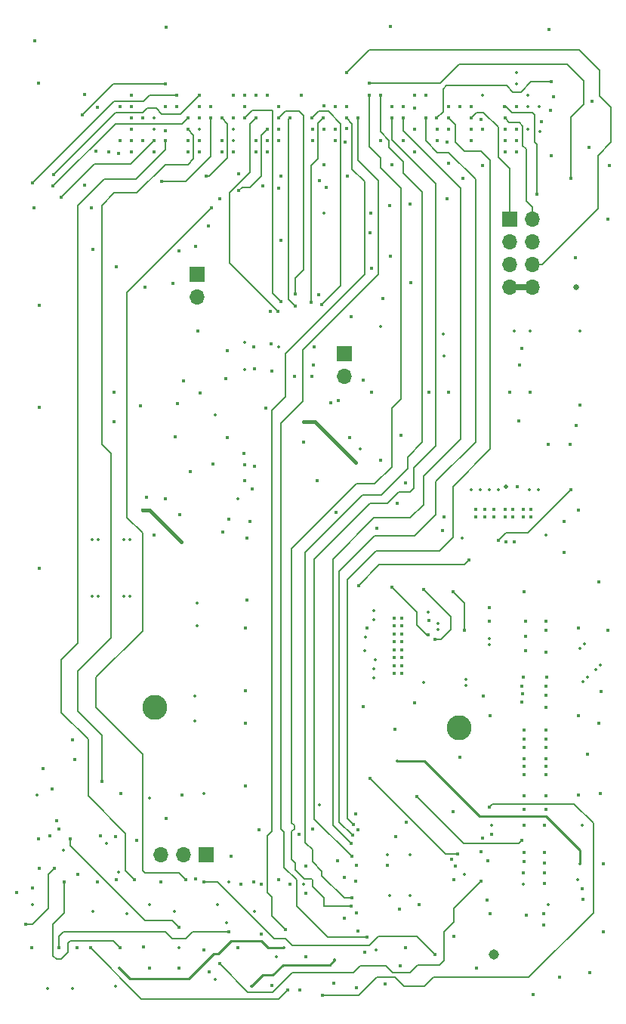
<source format=gbr>
%TF.GenerationSoftware,KiCad,Pcbnew,(6.0.9)*%
%TF.CreationDate,2022-12-19T19:37:01+02:00*%
%TF.ProjectId,FMC_MIPI_v2,464d435f-4d49-4504-995f-76322e6b6963,rev?*%
%TF.SameCoordinates,Original*%
%TF.FileFunction,Copper,L3,Inr*%
%TF.FilePolarity,Positive*%
%FSLAX46Y46*%
G04 Gerber Fmt 4.6, Leading zero omitted, Abs format (unit mm)*
G04 Created by KiCad (PCBNEW (6.0.9)) date 2022-12-19 19:37:01*
%MOMM*%
%LPD*%
G01*
G04 APERTURE LIST*
%TA.AperFunction,ComponentPad*%
%ADD10R,1.700000X1.700000*%
%TD*%
%TA.AperFunction,ComponentPad*%
%ADD11O,1.700000X1.700000*%
%TD*%
%TA.AperFunction,ComponentPad*%
%ADD12C,2.800000*%
%TD*%
%TA.AperFunction,ViaPad*%
%ADD13C,0.355600*%
%TD*%
%TA.AperFunction,ViaPad*%
%ADD14C,0.406400*%
%TD*%
%TA.AperFunction,ViaPad*%
%ADD15C,1.143000*%
%TD*%
%TA.AperFunction,ViaPad*%
%ADD16C,0.508000*%
%TD*%
%TA.AperFunction,ViaPad*%
%ADD17C,0.635000*%
%TD*%
%TA.AperFunction,Conductor*%
%ADD18C,0.152400*%
%TD*%
%TA.AperFunction,Conductor*%
%ADD19C,0.254000*%
%TD*%
%TA.AperFunction,Conductor*%
%ADD20C,0.381000*%
%TD*%
%TA.AperFunction,Conductor*%
%ADD21C,0.635000*%
%TD*%
G04 APERTURE END LIST*
D10*
%TO.N,/VOLT_1P8*%
%TO.C,JP1*%
X113030000Y-123698000D03*
D11*
%TO.N,/Jetson_connector/VCC_1V8_EEPROM*%
X110490000Y-123698000D03*
%TO.N,JT_VDD_1V8*%
X107950000Y-123698000D03*
%TD*%
D10*
%TO.N,/VOLT_2P5*%
%TO.C,JP2*%
X112014000Y-58674000D03*
D11*
%TO.N,/LVDS_to_Jetson_lines/VOLT_2P5_CSI_C*%
X112014000Y-61214000D03*
%TD*%
D10*
%TO.N,/VOLT_2P5*%
%TO.C,JP3*%
X128524000Y-67564000D03*
D11*
%TO.N,/LVDS_to_Jetson_lines/VOLT_2P5_CSI_D*%
X128524000Y-70104000D03*
%TD*%
D12*
%TO.N,Earth*%
%TO.C,TP1*%
X141427200Y-109423200D03*
%TD*%
D10*
%TO.N,/FMC_Connector/DBG_IO_1*%
%TO.C,J3*%
X147066000Y-52451000D03*
D11*
%TO.N,/FMC_Connector/DBG_IO_2*%
X149606000Y-52451000D03*
%TO.N,/FMC_Connector/DBG_IO_3*%
X147066000Y-54991000D03*
%TO.N,/FMC_Connector/DBG_IO_4*%
X149606000Y-54991000D03*
%TO.N,/FMC_Connector/DBG_IO_5*%
X147066000Y-57531000D03*
%TO.N,/FMC_Connector/DBG_IO_6*%
X149606000Y-57531000D03*
%TO.N,Earth*%
X147066000Y-60071000D03*
X149606000Y-60071000D03*
%TD*%
D12*
%TO.N,Earth*%
%TO.C,TP2*%
X107315000Y-107137200D03*
%TD*%
D13*
%TO.N,CSI_C_D0_P*%
X144830800Y-99427030D03*
%TO.N,CSI_C_D0_N*%
X144830800Y-100112830D03*
%TO.N,CSI_C_D1_P*%
X142189200Y-104051100D03*
%TO.N,CSI_C_D1_N*%
X142189200Y-104736900D03*
%TO.N,CSI_D_D0_P*%
X155487267Y-100062133D03*
%TO.N,CSI_D_D0_N*%
X155002333Y-100547067D03*
%TO.N,CSI_C_CLK_P*%
X139065000Y-97737930D03*
%TO.N,CSI_D_CLK_P*%
X157265267Y-102424333D03*
%TO.N,CSI_C_CLK_N*%
X139065000Y-98423730D03*
%TO.N,CSI_D_CLK_N*%
X156780333Y-102909267D03*
%TO.N,CSI_D_D1_P*%
X155792067Y-103770533D03*
%TO.N,CSI_D_D1_N*%
X155307133Y-104255467D03*
%TO.N,/LVDS_to_Jetson_lines/CSI_LP_C_CLK_P*%
X131826000Y-96316800D03*
%TO.N,/LVDS_to_Jetson_lines/CSI_LP_C_CLK_N*%
X131826000Y-97332800D03*
%TO.N,/LVDS_to_Jetson_lines/CSI_LP_C_D0_P*%
X130835400Y-100838000D03*
%TO.N,/LVDS_to_Jetson_lines/CSI_LP_C_D0_N*%
X132003800Y-101828600D03*
%TO.N,/LVDS_to_Jetson_lines/CSI_LP_C_D1_P*%
X131826000Y-102819200D03*
%TO.N,/LVDS_to_Jetson_lines/CSI_LP_C_D1_N*%
X131826000Y-103835200D03*
%TO.N,/LVDS_to_Jetson_lines/CSI_LP_D_CLK_P*%
X150291800Y-82804000D03*
D14*
%TO.N,/LVDS_to_Jetson_lines/CSI_LP_D_CLK_N*%
X127863600Y-72745600D03*
D13*
X149301200Y-82804000D03*
D14*
X124917200Y-70104000D03*
D13*
%TO.N,/LVDS_to_Jetson_lines/CSI_LP_D_D0_P*%
X145796000Y-82804000D03*
%TO.N,/LVDS_to_Jetson_lines/CSI_LP_D_D0_N*%
X144780000Y-82804000D03*
%TO.N,/LVDS_to_Jetson_lines/CSI_LP_D_D1_P*%
X143789400Y-82804000D03*
%TO.N,/LVDS_to_Jetson_lines/CSI_LP_D_D1_N*%
X142798800Y-82804000D03*
D14*
%TO.N,/Jetson_connector/EEPROM_SCL*%
X118364000Y-126746000D03*
%TO.N,/Jetson_connector/EEPROM_SDA*%
X121158010Y-126492000D03*
%TO.N,/Jetson_connector/EEPROM_A2*%
X124206000Y-124968000D03*
%TO.N,/Jetson_connector/EEPROM_A1*%
X124968000Y-120777000D03*
%TO.N,/Jetson_connector/EEPROM_A0*%
X123444000Y-121412000D03*
D13*
%TO.N,/Jetson_connector/JT_VDD_3V3*%
X95250000Y-138684000D03*
X154686000Y-126492000D03*
D15*
%TO.N,/Jetson_connector/JT_VDD_5V*%
X145288000Y-134874000D03*
D13*
X148590000Y-127000000D03*
X151384000Y-129286000D03*
D14*
%TO.N,Net-(R8-Pad2)*%
X116586000Y-134112000D03*
%TO.N,JT_1p8V_GPIO9_IN*%
X155194000Y-127508000D03*
%TO.N,JT_1p8V_GPIO17_IN*%
X144907000Y-130302000D03*
%TO.N,JT_1p8V_I2C_CAM_CLK*%
X126060200Y-139420600D03*
X144780000Y-118364000D03*
%TO.N,JT_1p8V_I2C_CAM_DAT*%
X128524000Y-126238000D03*
%TO.N,JT_1p8V_CAM0_MCLK*%
X144018000Y-121793000D03*
%TO.N,JT_1p8V_CAM0_PWR*%
X143891000Y-123317000D03*
%TO.N,JT_1p8V_CAM0_RST*%
X144653000Y-124333000D03*
%TO.N,Net-(IC3-Pad8)*%
X133096000Y-138176000D03*
%TO.N,Net-(IC3-Pad5)*%
X130810000Y-134620000D03*
%TO.N,Net-(IC3-Pad4)*%
X128524000Y-130810000D03*
%TO.N,Net-(IC3-Pad1)*%
X123571000Y-138811000D03*
%TO.N,/Slow_signals_level_shifters/1DIR_U3*%
X127762000Y-124333000D03*
X129794000Y-119126000D03*
%TO.N,Net-(R16-Pad2)*%
X131445000Y-53975000D03*
D13*
%TO.N,/Jetson_connector/VCC_1V8_EEPROM*%
X115570000Y-126746000D03*
D14*
%TO.N,Net-(R17-Pad2)*%
X132588000Y-79502000D03*
D13*
%TO.N,/VDD_VADJ*%
X97028000Y-123190000D03*
D14*
X108458000Y-83820000D03*
D13*
X100330000Y-130048000D03*
X133604000Y-128270000D03*
X149098000Y-39878000D03*
X106680000Y-129286000D03*
X133350000Y-123698000D03*
X121158000Y-66802000D03*
X117348000Y-66294000D03*
X149098000Y-42418000D03*
D14*
X135382000Y-134112000D03*
D13*
X106680000Y-117348000D03*
X109982000Y-134112000D03*
X109474000Y-130048000D03*
X114046000Y-74422000D03*
X150495000Y-42672000D03*
X150368000Y-39878000D03*
%TO.N,/VOLT_3P3*%
X126238000Y-51816000D03*
X130302000Y-78232000D03*
X147828000Y-37338000D03*
X114046000Y-137668000D03*
X151130008Y-87884000D03*
X102870000Y-138430000D03*
X144018000Y-38608000D03*
X93599000Y-129286000D03*
X130962400Y-99263200D03*
X137480032Y-104327960D03*
D16*
X146685000Y-82423000D03*
D13*
X116586000Y-83820000D03*
X137922000Y-96520000D03*
X120904000Y-135128000D03*
X149098000Y-38608000D03*
X141732000Y-88163400D03*
X147828000Y-36068000D03*
%TO.N,/VOLT_1P8*%
X132080000Y-134366000D03*
X118465600Y-130022600D03*
X127482600Y-135432800D03*
X94081600Y-116992400D03*
X118135400Y-138379200D03*
X114300000Y-129286000D03*
X135890000Y-128270000D03*
X135890000Y-123698000D03*
X123952000Y-127000008D03*
X103200200Y-125603000D03*
X101879400Y-122402600D03*
%TO.N,/VOLT_1P2*%
X104140000Y-130302000D03*
X117348000Y-69342000D03*
D14*
X109982000Y-136398000D03*
D13*
X123952000Y-75184000D03*
D14*
X129794000Y-79756000D03*
%TO.N,/VOLT_2P5*%
X121412000Y-54864000D03*
X111887000Y-55499000D03*
%TO.N,/FMC_Connector/TDI*%
X136398000Y-38608000D03*
%TO.N,/FMC_Connector/TDO*%
X137668000Y-38608000D03*
%TO.N,/LVDS_to_Jetson_lines/DIR_IC1*%
X111252000Y-80772000D03*
%TO.N,/LVDS_to_Jetson_lines/EN_U5*%
X141986000Y-98552000D03*
X140716000Y-94234000D03*
%TO.N,/LVDS_to_Jetson_lines/EN_U6*%
X153924000Y-82804000D03*
X145821400Y-88442800D03*
%TO.N,Net-(IC4-Pad8)*%
X108585000Y-119634000D03*
%TO.N,Net-(IC4-Pad5)*%
X110363000Y-116967000D03*
%TO.N,Net-(IC4-Pad4)*%
X95757966Y-116332000D03*
%TO.N,Net-(IC4-Pad1)*%
X96520000Y-120777000D03*
%TO.N,JT_1p8V_I2C2_CAM_CLK*%
X145034000Y-121412000D03*
%TO.N,JT_1p8V_I2C2_CAM_DAT*%
X136652000Y-117170200D03*
X148463000Y-122047000D03*
X95504000Y-121539000D03*
%TO.N,JT_1p8V_I2C3_CAM_CLK*%
X96520000Y-134112000D03*
X114554000Y-135890000D03*
X143891000Y-126619000D03*
X115570000Y-132334000D03*
%TO.N,JT_1p8V_I2C3_CAM_DAT*%
X122174000Y-138811000D03*
X100076000Y-134112000D03*
%TO.N,Net-(IC5-Pad8)*%
X94234000Y-121920000D03*
%TO.N,Net-(IC5-Pad5)*%
X92837000Y-131445000D03*
X96012000Y-125222000D03*
%TO.N,Net-(IC5-Pad4)*%
X98653600Y-125882400D03*
%TO.N,Net-(IC5-Pad1)*%
X109982000Y-131826000D03*
X97790000Y-121920000D03*
%TO.N,/LVDS_to_Jetson_lines/SWITCH_DATA_LANES_CSI_CD*%
X118491000Y-80187800D03*
%TO.N,/LVDS_to_Jetson_lines/SWITCH_CLOCK_LANES_CSI_CD*%
X117348000Y-80010000D03*
%TO.N,/LVDS_to_Jetson_lines/EN_MIPI_OUT_CSI_C*%
X142494000Y-90678000D03*
X113792000Y-79883000D03*
X130124200Y-93522800D03*
%TO.N,/LVDS_to_Jetson_lines/EN_MIPI_OUT_CSI_D*%
X130683000Y-70485000D03*
X117322600Y-78714600D03*
X153898600Y-77698600D03*
%TO.N,/LVDS_to_Jetson_lines/SWITCH1_U6*%
X146710400Y-88646000D03*
X139700000Y-85852000D03*
%TO.N,/LVDS_to_Jetson_lines/SWITCH2_U5*%
X137922004Y-99060000D03*
X133858000Y-93726000D03*
%TO.N,/LVDS_to_Jetson_lines/SWITCH2_U6*%
X132207000Y-87096600D03*
X147574000Y-88646000D03*
%TO.N,/LVDS_to_Jetson_lines/SWITCH1_U5*%
X138684000Y-99568000D03*
X137414000Y-93980000D03*
D13*
%TO.N,JT_VDD_1V8*%
X115316000Y-131318000D03*
X154940000Y-124714000D03*
X125730000Y-118110000D03*
X134493000Y-113156998D03*
D14*
%TO.N,Net-(IC6-Pad5)*%
X106680000Y-136398000D03*
%TO.N,Net-(IC6-Pad3)*%
X102997000Y-126492000D03*
D13*
%TO.N,/Jetson_connector/JT_VDD_2V8*%
X155194000Y-120396000D03*
X98044000Y-138684000D03*
X145034000Y-120396000D03*
%TO.N,/Jetson_connector/JT_VDD_1V2*%
X142011400Y-125831600D03*
X121767600Y-134112000D03*
X103301800Y-136347200D03*
D14*
%TO.N,Net-(R31-Pad1)*%
X131419600Y-115112800D03*
X141224000Y-123596400D03*
%TO.N,Net-(R32-Pad2)*%
X98552000Y-134112000D03*
%TO.N,Net-(R33-Pad2)*%
X97155000Y-126746000D03*
X103378000Y-134112000D03*
%TO.N,Net-(R34-Pad2)*%
X93472000Y-134112000D03*
%TO.N,Net-(IC7-Pad5)*%
X113411000Y-136779000D03*
%TO.N,/Slow_signals_level_shifters/ENN_JETSON_GPIO*%
X138684000Y-134874000D03*
X112776000Y-126746000D03*
%TO.N,FMC_HS_CSI_C_D1_N*%
X112268000Y-43688000D03*
D13*
X100241100Y-88392000D03*
X100241100Y-94742000D03*
%TO.N,FMC_HS_CSI_C_D1_P*%
X100926900Y-88392000D03*
X112268000Y-42418000D03*
X100926900Y-94742000D03*
%TO.N,FMC_HS_CSI_C_D0_N*%
X103797100Y-94742000D03*
X116078000Y-43688000D03*
X103797100Y-88392000D03*
%TO.N,FMC_HS_CSI_C_D0_P*%
X104482900Y-88392000D03*
X116078000Y-42418000D03*
X104482900Y-94742000D03*
D14*
%TO.N,FMC_HS_CSI_D_D1_N*%
X138938000Y-42418000D03*
%TO.N,FMC_HS_CSI_D_D1_P*%
X138938000Y-43688000D03*
%TO.N,FMC_HS_CSI_D_D0_N*%
X142748000Y-42418000D03*
%TO.N,FMC_HS_CSI_D_D0_P*%
X142748000Y-43688000D03*
%TO.N,FMC_HS_CSI_D_CLK_N*%
X146558000Y-42418000D03*
%TO.N,FMC_HS_CSI_D_CLK_P*%
X146558000Y-43688000D03*
D13*
%TO.N,FMC_HS_CSI_C_CLK_N*%
X107188000Y-42418000D03*
%TO.N,FMC_HS_CSI_C_CLK_P*%
X107188000Y-41148000D03*
D14*
%TO.N,FMC_CSI_LP_C_D1_N*%
X119888000Y-42418000D03*
X116713000Y-49276000D03*
%TO.N,FMC_CSI_LP_C_D1_P*%
X119380000Y-48768000D03*
X119888000Y-43688000D03*
%TO.N,FMC_CSI_LP_C_D0_N*%
X124968000Y-42418000D03*
X121412000Y-47625000D03*
%TO.N,FMC_CSI_LP_C_D0_P*%
X121158000Y-49022000D03*
X124968000Y-43688000D03*
%TO.N,FMC_CSI_LP_C_CLK_N*%
X127508000Y-42418000D03*
X125730000Y-48133000D03*
%TO.N,FMC_CSI_LP_C_CLK_P*%
X126492000Y-48895000D03*
X127508000Y-43688000D03*
%TO.N,FMC_CSI_LP_D_D1_N*%
X118618000Y-41148000D03*
X121132600Y-62814200D03*
%TO.N,FMC_CSI_LP_D_D1_P*%
X117348000Y-41148000D03*
X121437400Y-61671200D03*
%TO.N,FMC_CSI_LP_D_D0_N*%
X122428000Y-41148000D03*
X123088400Y-62230000D03*
%TO.N,FMC_CSI_LP_D_D0_P*%
X123088400Y-60858400D03*
X121158000Y-41148000D03*
%TO.N,FMC_CSI_LP_D_CLK_N*%
X124866400Y-61772800D03*
X126212600Y-41122600D03*
%TO.N,FMC_CSI_LP_D_CLK_P*%
X124942600Y-41148000D03*
X125984000Y-62026800D03*
%TO.N,FMC_I2C_CAM_CLK*%
X130048000Y-41148000D03*
X131130000Y-132908000D03*
%TO.N,FMC_I2C_CAM_DAT*%
X128778000Y-41148000D03*
X121920000Y-132080000D03*
%TO.N,FMC_I2C2_CAM_CLK*%
X95885000Y-48768000D03*
X110998000Y-41148000D03*
X98298000Y-113030000D03*
%TO.N,FMC_I2C2_CAM_DAT*%
X112268000Y-38608000D03*
X94742000Y-114046000D03*
X95948500Y-47434500D03*
%TO.N,FMC_I2C3_CAM_CLK*%
X96774000Y-50038000D03*
X98107500Y-110807500D03*
X107188000Y-43688000D03*
%TO.N,FMC_I2C3_CAM_DAT*%
X101346000Y-115443000D03*
X110998000Y-42418000D03*
%TO.N,FMC_CAM0_RST*%
X129286000Y-122428000D03*
X135128000Y-41148000D03*
%TO.N,FMC_CAM0_PWR*%
X137668000Y-41148000D03*
X129463799Y-121488201D03*
%TO.N,FMC_CAM0_MCLK*%
X140208000Y-41148000D03*
X129540000Y-120269000D03*
%TO.N,FMC_EN_MIPI_OUT_CLOCK_VADJ*%
X114554000Y-50165000D03*
X118618000Y-38608000D03*
%TO.N,FMC_EN_MIPI_OUT_DATA_VADJ*%
X116713001Y-47370999D03*
X117348000Y-38608000D03*
%TO.N,FMC_SWITCH_CLOCK_LANES_VADJ*%
X113030000Y-47625000D03*
X114808000Y-41148000D03*
%TO.N,FMC_SWITCH_DATA_LANES_VADJ*%
X108077000Y-48260000D03*
X113538000Y-41148000D03*
%TO.N,FMC_1P2V_MONITOR*%
X108458000Y-43688000D03*
X105029000Y-126492000D03*
%TO.N,FMC_ENN_JT_GPIO_INPUT*%
X113665000Y-51181000D03*
X119888000Y-38608000D03*
X110744000Y-126492000D03*
%TO.N,FMC_2P8V_MONITOR*%
X108458000Y-37338000D03*
X99201477Y-40781477D03*
%TO.N,FMC_3P3V_MONITOR*%
X109728000Y-38608000D03*
X93599000Y-48387000D03*
%TO.N,FMC_GPIO17_OUT*%
X129286000Y-129413000D03*
X131318000Y-38608000D03*
%TO.N,FMC_GPIO9_OUT*%
X129413000Y-128524000D03*
X132588000Y-38607998D03*
%TO.N,FMC_1P8V_MONITOR*%
X129362200Y-123850400D03*
X133858000Y-41148000D03*
D13*
%TO.N,/LVDS_to_Jetson_lines/VOLT_2P5_CSI_C*%
X112014000Y-98044000D03*
X112014000Y-95504000D03*
D14*
X105918000Y-85090000D03*
D13*
X111760000Y-105918000D03*
X112776000Y-116840000D03*
D14*
X110236000Y-88646000D03*
D13*
X111760000Y-108712000D03*
%TO.N,/LVDS_to_Jetson_lines/VOLT_2P5_CSI_D*%
X147574000Y-65024000D03*
X139649200Y-65354200D03*
X154940000Y-65024000D03*
X149352000Y-65024000D03*
X132588000Y-64516000D03*
X139700000Y-67818000D03*
D14*
%TO.N,/FMC_Connector/DBG_IO_5*%
X131343400Y-37261800D03*
X153924000Y-47879000D03*
%TO.N,/FMC_Connector/DBG_IO_6*%
X128778000Y-36068000D03*
%TO.N,/FMC_Connector/DBG_IO_1*%
X142748000Y-41148000D03*
%TO.N,/FMC_Connector/DBG_IO_2*%
X146558000Y-41148000D03*
%TO.N,/FMC_Connector/DBG_IO_3*%
X146532600Y-39852600D03*
X150114000Y-49657000D03*
%TO.N,/FMC_Connector/DBG_IO_4*%
X151765000Y-37058600D03*
X138912600Y-41148000D03*
%TO.N,Earth*%
X151384000Y-77724000D03*
X142748000Y-39878000D03*
X120243600Y-62814200D03*
X156337000Y-39243000D03*
X135382000Y-82042000D03*
X144907000Y-108077000D03*
X135001000Y-97155000D03*
X125145800Y-66802000D03*
X113284000Y-53213000D03*
X111887000Y-126365000D03*
X148844000Y-97536000D03*
X118440200Y-69240400D03*
X144018000Y-42418000D03*
X155321000Y-128651000D03*
X141478000Y-112776000D03*
X144018000Y-46482000D03*
X148971000Y-130429000D03*
X115824000Y-123825000D03*
X144272000Y-84963000D03*
X151003000Y-125730000D03*
X94234000Y-37211000D03*
X108585000Y-30988000D03*
X135001000Y-100711000D03*
X106045000Y-133985000D03*
X148463000Y-106553000D03*
X117475000Y-115951000D03*
X110490000Y-70561200D03*
X157099000Y-108966000D03*
X101219000Y-121539000D03*
X115570000Y-86080600D03*
X96266000Y-119888000D03*
X116078000Y-41148000D03*
X151130000Y-118618000D03*
X151638000Y-40259000D03*
X109855000Y-73152000D03*
X154432000Y-56769000D03*
X149352000Y-71882000D03*
X135001000Y-102489000D03*
X103378000Y-43688000D03*
X151130000Y-100965000D03*
X115392200Y-67208400D03*
X121158000Y-39878000D03*
X118999000Y-120904000D03*
X149733000Y-139319000D03*
X120396000Y-138303000D03*
X129921000Y-124841000D03*
X94361000Y-91567000D03*
X135001000Y-101600000D03*
X136398000Y-44958000D03*
X144272000Y-85852000D03*
X151130000Y-110744000D03*
X148463000Y-66929000D03*
X116078000Y-38608000D03*
X155956000Y-44450000D03*
X123698000Y-38608000D03*
X112268000Y-39878000D03*
X140589000Y-124206000D03*
X112395000Y-71958200D03*
X148717000Y-112903000D03*
X147828000Y-42418000D03*
X129159000Y-76962000D03*
X135001000Y-99822000D03*
X144780000Y-97536000D03*
X116967000Y-127000000D03*
X102743000Y-75184000D03*
X117602000Y-88163400D03*
X133858000Y-46355000D03*
X109601000Y-76885800D03*
X148717000Y-118618000D03*
X147828000Y-39878000D03*
X140081000Y-43815000D03*
X148717000Y-110744000D03*
X138049000Y-97409000D03*
X103378000Y-39878000D03*
X151130000Y-105791000D03*
X112268000Y-41148000D03*
X118618000Y-43688000D03*
X104648000Y-39878000D03*
X91821000Y-127889000D03*
X107950000Y-126746000D03*
X122428000Y-127000000D03*
X148717000Y-94234000D03*
X117475000Y-105283000D03*
X133858000Y-39878000D03*
X151130000Y-97536000D03*
X151130000Y-107188000D03*
X140208000Y-46228000D03*
X133604000Y-50927000D03*
X134832000Y-136102000D03*
X151003000Y-126873000D03*
X144145000Y-105918000D03*
X151130000Y-113792000D03*
X148717000Y-111633000D03*
X148844000Y-99187000D03*
X153162000Y-89789000D03*
X131597400Y-57988200D03*
X140208000Y-39878000D03*
X109347000Y-59690000D03*
X106375200Y-83616800D03*
X140716000Y-118872000D03*
X148590000Y-103759000D03*
X140843000Y-132842000D03*
X157226000Y-116840000D03*
X147828000Y-43688000D03*
X132842000Y-61341000D03*
X108458000Y-39878000D03*
X100838000Y-126746000D03*
X140208000Y-42418000D03*
X156083000Y-136906000D03*
X128778000Y-42291000D03*
X135509000Y-120015000D03*
X114808000Y-44958000D03*
X129794000Y-126619000D03*
X130048000Y-132207000D03*
X153162000Y-86360000D03*
X148717000Y-109728000D03*
X147447000Y-84963000D03*
X117348000Y-81788000D03*
X150876000Y-130302000D03*
X117475000Y-98298000D03*
X119761000Y-73660000D03*
X151511000Y-31242000D03*
X122986800Y-70053200D03*
X109982000Y-56007000D03*
X136906000Y-129286000D03*
X107188000Y-44958000D03*
X120319800Y-66395600D03*
X135001000Y-98044000D03*
X113538000Y-39878000D03*
X117475000Y-108966000D03*
X119888000Y-44958000D03*
X94361000Y-62103000D03*
X93853000Y-32512000D03*
X106172000Y-60071000D03*
X152654000Y-137414000D03*
X148209000Y-68834000D03*
X134112000Y-101600000D03*
X128651000Y-43815000D03*
X102997000Y-57785000D03*
X119253000Y-127000000D03*
X148717000Y-123444000D03*
X143383000Y-136398000D03*
X109728000Y-39878000D03*
X114808000Y-43688000D03*
X119253000Y-132588000D03*
X151130000Y-111633000D03*
X105918000Y-41148000D03*
X147955000Y-82423000D03*
X104648000Y-43688000D03*
X143891000Y-41275000D03*
X148717000Y-120396000D03*
X126238000Y-39751000D03*
X136398000Y-40005000D03*
X131064000Y-98298000D03*
X125095000Y-68808600D03*
X102108000Y-44958000D03*
X110109000Y-85598000D03*
X140843000Y-126492000D03*
X140970000Y-124968000D03*
X102870000Y-121666000D03*
X158242000Y-46482000D03*
X134874000Y-76708000D03*
X120421400Y-69494400D03*
X129921000Y-130175000D03*
X115290600Y-70332600D03*
X140081000Y-50165000D03*
X148539200Y-105638600D03*
X135128000Y-43688000D03*
D17*
X154559000Y-60071000D03*
D14*
X118389400Y-66751200D03*
X154813000Y-108077000D03*
X148590000Y-125730000D03*
X94361000Y-73533000D03*
X139573000Y-87376000D03*
X100203000Y-51181000D03*
X151130000Y-109728000D03*
X143256000Y-85852000D03*
X154813000Y-116967000D03*
X157607000Y-124714000D03*
X145288000Y-85852000D03*
X146558000Y-85852000D03*
X147447000Y-85852000D03*
X133350000Y-124841000D03*
X129286000Y-63373000D03*
X149479000Y-85852000D03*
X155829000Y-112395000D03*
X118618000Y-44958000D03*
X104648000Y-41148000D03*
X126238000Y-46355000D03*
X134112000Y-103378000D03*
X141478000Y-39878000D03*
X105664000Y-73406000D03*
X151130000Y-104775000D03*
X125679200Y-60960000D03*
X151130000Y-112903000D03*
X147066000Y-71882000D03*
X94361000Y-125222000D03*
X148717000Y-114681000D03*
X105283000Y-122047000D03*
X135001000Y-98933000D03*
X112268000Y-44958000D03*
X158115000Y-98552000D03*
X133731000Y-30861000D03*
X148590000Y-85852000D03*
X110998000Y-43688000D03*
X132588000Y-43688000D03*
X146558000Y-84963000D03*
X128778000Y-39878000D03*
X104648000Y-42418000D03*
X148717000Y-124460000D03*
X154813000Y-98298000D03*
X126238000Y-42418000D03*
X107188000Y-87884000D03*
X144526000Y-128778000D03*
X127635000Y-85344000D03*
X100330000Y-55880000D03*
X112776000Y-134366000D03*
X148590000Y-84963000D03*
X148717000Y-117094000D03*
X134493000Y-84328000D03*
X141859000Y-47879000D03*
X121158000Y-43688000D03*
X136398000Y-42418000D03*
X151130000Y-98552000D03*
X134112000Y-97155000D03*
X108458000Y-42545000D03*
X129921000Y-138557000D03*
X135001000Y-103378000D03*
X134747000Y-129794000D03*
X134324000Y-121624000D03*
X158115000Y-52451000D03*
X136017000Y-59563000D03*
X151130000Y-114681000D03*
X104648000Y-44958000D03*
X114935000Y-87503000D03*
X151003000Y-124587000D03*
X123952000Y-77470000D03*
X100863400Y-39954200D03*
X157607000Y-132334000D03*
X143256000Y-84963000D03*
X131546600Y-51816000D03*
X103251000Y-45085000D03*
X105918000Y-43688000D03*
X110998000Y-44958000D03*
X99415600Y-38506400D03*
X135128000Y-39878000D03*
X134112000Y-98933000D03*
X151130000Y-117094000D03*
X146558000Y-44958000D03*
X131572000Y-71882000D03*
X140208000Y-71882000D03*
X150622000Y-41529000D03*
X103505000Y-116840000D03*
X118237000Y-82677000D03*
X148463000Y-104775000D03*
X136398000Y-106680000D03*
X157099000Y-93091000D03*
X144780000Y-96012000D03*
X115468400Y-76962000D03*
X134112000Y-100711000D03*
X93599000Y-127381000D03*
X148082000Y-75057000D03*
X128905000Y-47625000D03*
X157353000Y-105410000D03*
X130683000Y-107061000D03*
X154813000Y-85090000D03*
X154559000Y-75565000D03*
X125476000Y-81788000D03*
X134239000Y-109601000D03*
X121158000Y-42418000D03*
X116078000Y-44958000D03*
X135890000Y-50800000D03*
X134112000Y-102489000D03*
X112141000Y-65024000D03*
X134112000Y-98044000D03*
X151765000Y-45339000D03*
X134112000Y-99822000D03*
X150876000Y-131572000D03*
X154940000Y-73279000D03*
X151257000Y-103759000D03*
X151003000Y-120396000D03*
X102743000Y-71882000D03*
X104648000Y-38608000D03*
X127381000Y-138049000D03*
X100711000Y-44831000D03*
X149479000Y-84963000D03*
X148844000Y-100838000D03*
X152019000Y-38735000D03*
X147828000Y-44958000D03*
X145288000Y-84963000D03*
X133731000Y-56642000D03*
X117983000Y-86360000D03*
X117602000Y-95123000D03*
X127508000Y-39878000D03*
X124206000Y-128016000D03*
X130048000Y-120904000D03*
X138049000Y-71882000D03*
X99441000Y-48641000D03*
X117348000Y-39878000D03*
X127025400Y-73050400D03*
X151003000Y-123444000D03*
X148717000Y-113792000D03*
X93726000Y-51181000D03*
X124206000Y-135128000D03*
%TD*%
D18*
%TO.N,JT_1p8V_I2C_CAM_CLK*%
X145161000Y-117983000D02*
X144780000Y-118364000D01*
X154305000Y-117983000D02*
X145161000Y-117983000D01*
X126060200Y-139420600D02*
X126085600Y-139446000D01*
X130175000Y-139446000D02*
X132207000Y-137414000D01*
X126085600Y-139446000D02*
X130175000Y-139446000D01*
X156464000Y-130175000D02*
X156464000Y-120142000D01*
X135255000Y-138430000D02*
X137541000Y-138430000D01*
X138557000Y-137414000D02*
X149225000Y-137414000D01*
X134239000Y-137414000D02*
X135255000Y-138430000D01*
X156464000Y-120142000D02*
X154305000Y-117983000D01*
X132207000Y-137414000D02*
X134239000Y-137414000D01*
X149225000Y-137414000D02*
X156464000Y-130175000D01*
X137541000Y-138430000D02*
X138557000Y-137414000D01*
D19*
%TO.N,/VOLT_1P8*%
X121691400Y-135991600D02*
X120523000Y-137160000D01*
X118160800Y-138379200D02*
X118135400Y-138379200D01*
X120523000Y-137160000D02*
X119380000Y-137160000D01*
X127482600Y-135432800D02*
X126923800Y-135991600D01*
X126923800Y-135991600D02*
X121691400Y-135991600D01*
X119380000Y-137160000D02*
X118160800Y-138379200D01*
D20*
%TO.N,/VOLT_1P2*%
X125222000Y-75184000D02*
X123952000Y-75184000D01*
X129794000Y-79756000D02*
X125222000Y-75184000D01*
D18*
%TO.N,/LVDS_to_Jetson_lines/EN_U5*%
X141986000Y-95504000D02*
X140716000Y-94234000D01*
X141986000Y-98552000D02*
X141986000Y-97028000D01*
X141986000Y-97028000D02*
X141986000Y-95504000D01*
%TO.N,/LVDS_to_Jetson_lines/EN_U6*%
X146634200Y-87630000D02*
X145821400Y-88442800D01*
X149098000Y-87630000D02*
X146634200Y-87630000D01*
X153924000Y-82804000D02*
X149098000Y-87630000D01*
%TO.N,JT_1p8V_I2C2_CAM_DAT*%
X141909800Y-122428000D02*
X136652000Y-117170200D01*
X148082000Y-122428000D02*
X141909800Y-122428000D01*
X148463000Y-122047000D02*
X148082000Y-122428000D01*
%TO.N,JT_1p8V_I2C3_CAM_CLK*%
X111506000Y-132334000D02*
X110744000Y-133096000D01*
X115570000Y-132334000D02*
X111506000Y-132334000D01*
X140843000Y-129667000D02*
X140843000Y-131191000D01*
X120523000Y-139065000D02*
X117729000Y-139065000D01*
X135890000Y-136906000D02*
X133985000Y-136906000D01*
X108458000Y-132334000D02*
X97028000Y-132334000D01*
X133985000Y-136906000D02*
X133223000Y-136144000D01*
X139700000Y-132334000D02*
X139700000Y-135509000D01*
X136779000Y-136017000D02*
X139192000Y-136017000D01*
X117729000Y-139065000D02*
X114554000Y-135890000D01*
X129540000Y-136906000D02*
X122682000Y-136906000D01*
X139700000Y-135509000D02*
X139192000Y-136017000D01*
X140843000Y-131191000D02*
X139700000Y-132334000D01*
X133223000Y-136144000D02*
X130302000Y-136144000D01*
X110744000Y-133096000D02*
X109220000Y-133096000D01*
X130302000Y-136144000D02*
X129540000Y-136906000D01*
X96520000Y-132842000D02*
X96520000Y-134112000D01*
X97028000Y-132334000D02*
X96520000Y-132842000D01*
X122682000Y-136906000D02*
X120523000Y-139065000D01*
X135890000Y-136906000D02*
X136779000Y-136017000D01*
X143891000Y-126619000D02*
X140843000Y-129667000D01*
X109220000Y-133096000D02*
X108458000Y-132334000D01*
%TO.N,JT_1p8V_I2C3_CAM_DAT*%
X100076000Y-134112000D02*
X105791000Y-139827000D01*
X121158000Y-139827000D02*
X122174000Y-138811000D01*
X105791000Y-139827000D02*
X121158000Y-139827000D01*
%TO.N,Net-(IC5-Pad5)*%
X93599000Y-131445000D02*
X92837000Y-131445000D01*
X95377000Y-129667000D02*
X93599000Y-131445000D01*
X95377000Y-125857000D02*
X95377000Y-129413000D01*
X95377000Y-129413000D02*
X95377000Y-129667000D01*
X96012000Y-125222000D02*
X95377000Y-125857000D01*
%TO.N,Net-(IC5-Pad1)*%
X106172000Y-131064000D02*
X109220000Y-131064000D01*
X109220000Y-131064000D02*
X109982000Y-131826000D01*
X97790000Y-121920000D02*
X97790000Y-122682000D01*
X97790000Y-122682000D02*
X106172000Y-131064000D01*
%TO.N,/LVDS_to_Jetson_lines/EN_MIPI_OUT_CSI_C*%
X132461000Y-91186000D02*
X141986000Y-91186000D01*
X141986000Y-91186000D02*
X142494000Y-90678000D01*
X130124200Y-93522800D02*
X132461000Y-91186000D01*
%TO.N,/LVDS_to_Jetson_lines/SWITCH2_U5*%
X137795000Y-99060000D02*
X137922004Y-99060000D01*
X136652000Y-97917000D02*
X137795000Y-99060000D01*
X133858000Y-93726000D02*
X136652000Y-96520000D01*
X136652000Y-96520000D02*
X136652000Y-97917000D01*
%TO.N,/LVDS_to_Jetson_lines/SWITCH1_U5*%
X138684000Y-99568000D02*
X139369800Y-99568000D01*
X140462000Y-98475800D02*
X140462000Y-97028000D01*
X139369800Y-99568000D02*
X140462000Y-98475800D01*
X140462000Y-97028000D02*
X137414000Y-93980000D01*
D19*
%TO.N,JT_VDD_1V8*%
X151130000Y-119380000D02*
X143738600Y-119380000D01*
X137515598Y-113156998D02*
X134493000Y-113156998D01*
X154940000Y-123190000D02*
X151130000Y-119380000D01*
X154940000Y-124714000D02*
X154940000Y-123190000D01*
X143738600Y-119380000D02*
X137515598Y-113156998D01*
%TO.N,/Jetson_connector/JT_VDD_1V2*%
X111150400Y-137541000D02*
X104495600Y-137541000D01*
X114427000Y-134747000D02*
X113944400Y-134747000D01*
X104495600Y-137541000D02*
X103301800Y-136347200D01*
X113944400Y-134747000D02*
X111150400Y-137541000D01*
X115824000Y-133350000D02*
X114427000Y-134747000D01*
X119989600Y-134112000D02*
X119227600Y-133350000D01*
X121767600Y-134112000D02*
X119989600Y-134112000D01*
X119227600Y-133350000D02*
X115824000Y-133350000D01*
D18*
%TO.N,Net-(R31-Pad1)*%
X139903200Y-123596400D02*
X134467600Y-118160800D01*
X141224000Y-123596400D02*
X139903200Y-123596400D01*
X134467600Y-118160800D02*
X131419600Y-115112800D01*
%TO.N,Net-(R33-Pad2)*%
X97155000Y-130175000D02*
X97155000Y-126746000D01*
X97536000Y-133604000D02*
X97536000Y-134620000D01*
X103378000Y-134112000D02*
X102616000Y-133350000D01*
X95885000Y-131445000D02*
X97155000Y-130175000D01*
X95885000Y-135001000D02*
X95885000Y-131445000D01*
X96774000Y-135382000D02*
X96266000Y-135382000D01*
X96266000Y-135382000D02*
X95885000Y-135001000D01*
X102616000Y-133350000D02*
X97790000Y-133350000D01*
X97790000Y-133350000D02*
X97536000Y-133604000D01*
X97536000Y-134620000D02*
X96774000Y-135382000D01*
%TO.N,/Slow_signals_level_shifters/ENN_JETSON_GPIO*%
X114300000Y-126746000D02*
X120650000Y-133096000D01*
X136652000Y-132842000D02*
X138684000Y-134874000D01*
X112776000Y-126746000D02*
X114300000Y-126746000D01*
X121920000Y-133096000D02*
X122682000Y-133858000D01*
X131318000Y-133858000D02*
X132334000Y-132842000D01*
X122682000Y-133858000D02*
X131318000Y-133858000D01*
X132334000Y-132842000D02*
X136652000Y-132842000D01*
X120650000Y-133096000D02*
X121920000Y-133096000D01*
%TO.N,FMC_CSI_LP_C_D1_N*%
X116713000Y-49276000D02*
X117094000Y-48895000D01*
X119253000Y-43053000D02*
X119888000Y-42418000D01*
X117983000Y-48895000D02*
X119253000Y-47625000D01*
X117094000Y-48895000D02*
X117983000Y-48895000D01*
X119253000Y-47625000D02*
X119253000Y-43053000D01*
%TO.N,FMC_CSI_LP_D_D1_N*%
X117983000Y-47244000D02*
X115697000Y-49530000D01*
X118618000Y-41148000D02*
X117983000Y-41783000D01*
X117983000Y-41783000D02*
X117983000Y-47244000D01*
X115697000Y-57378600D02*
X121132600Y-62814200D01*
X115697000Y-49530000D02*
X115697000Y-57378600D01*
%TO.N,FMC_CSI_LP_D_D1_P*%
X117348000Y-41148000D02*
X118237000Y-40259000D01*
X120523000Y-40259000D02*
X120523000Y-60756800D01*
X120523000Y-60756800D02*
X121437400Y-61671200D01*
X118237000Y-40259000D02*
X120523000Y-40259000D01*
%TO.N,FMC_CSI_LP_D_D0_N*%
X122428000Y-41148000D02*
X122275600Y-41300400D01*
X122275600Y-61417200D02*
X123088400Y-62230000D01*
X122275600Y-41300400D02*
X122275600Y-61417200D01*
%TO.N,FMC_CSI_LP_D_D0_P*%
X121920000Y-40386000D02*
X123444000Y-40386000D01*
X123444000Y-40386000D02*
X123952000Y-40894000D01*
X123088400Y-59029600D02*
X123088400Y-60858400D01*
X123952000Y-58166000D02*
X123088400Y-59029600D01*
X121158000Y-41148000D02*
X121920000Y-40386000D01*
X123952000Y-40894000D02*
X123952000Y-58166000D01*
%TO.N,FMC_CSI_LP_D_CLK_N*%
X124866400Y-46456600D02*
X124866400Y-61772800D01*
X125603000Y-41732200D02*
X125603000Y-45720000D01*
X125603000Y-45720000D02*
X124866400Y-46456600D01*
X126212600Y-41122600D02*
X125603000Y-41732200D01*
%TO.N,FMC_CSI_LP_D_CLK_P*%
X126746000Y-40386000D02*
X128118100Y-41758100D01*
X125704600Y-40386000D02*
X126746000Y-40386000D01*
X128118100Y-59892700D02*
X125984000Y-62026800D01*
X124942600Y-41148000D02*
X125704600Y-40386000D01*
X128118100Y-41758100D02*
X128118100Y-59892700D01*
%TO.N,FMC_I2C_CAM_CLK*%
X132334000Y-48133000D02*
X132334000Y-58674000D01*
X123888500Y-72885300D02*
X121412000Y-75361800D01*
X126685000Y-132908000D02*
X131130000Y-132908000D01*
X121412000Y-75361800D02*
X121412000Y-120777000D01*
X132334000Y-58674000D02*
X123888500Y-67119500D01*
X121793000Y-121158000D02*
X121793000Y-125095000D01*
X123190000Y-126492000D02*
X123190000Y-129413000D01*
X121793000Y-125095000D02*
X123190000Y-126492000D01*
X130048000Y-45847000D02*
X132334000Y-48133000D01*
X130048000Y-41148000D02*
X130048000Y-45847000D01*
X121412000Y-120777000D02*
X121793000Y-121158000D01*
X123888500Y-67119500D02*
X123888500Y-72885300D01*
X123190000Y-129413000D02*
X126685000Y-132908000D01*
%TO.N,FMC_I2C_CAM_DAT*%
X119888000Y-121539000D02*
X119888000Y-127889000D01*
X120396000Y-121031000D02*
X119888000Y-121539000D01*
X120396000Y-130556000D02*
X121920000Y-132080000D01*
X121920000Y-72390000D02*
X120396000Y-73914000D01*
X130810000Y-48260000D02*
X130810000Y-58648600D01*
X120396000Y-128397000D02*
X120396000Y-130556000D01*
X119888000Y-127889000D02*
X120396000Y-128397000D01*
X120396000Y-73914000D02*
X120396000Y-121031000D01*
X130810000Y-58648600D02*
X121920000Y-67538600D01*
X129413000Y-41783000D02*
X129413000Y-46863000D01*
X121920000Y-67538600D02*
X121920000Y-72390000D01*
X129413000Y-46863000D02*
X130810000Y-48260000D01*
X128778000Y-41148000D02*
X129413000Y-41783000D01*
%TO.N,FMC_I2C2_CAM_CLK*%
X110998000Y-41148000D02*
X110363000Y-41783000D01*
X110363000Y-41783000D02*
X102870000Y-41783000D01*
X102870000Y-41783000D02*
X95885000Y-48768000D01*
%TO.N,FMC_I2C2_CAM_DAT*%
X106426000Y-40005000D02*
X107442000Y-40005000D01*
X95948500Y-47434500D02*
X102870000Y-40513000D01*
X102870000Y-40513000D02*
X105918000Y-40513000D01*
X107442000Y-40005000D02*
X108102400Y-40665400D01*
X108102400Y-40665400D02*
X110210600Y-40665400D01*
X110210600Y-40665400D02*
X112268000Y-38608000D01*
X105918000Y-40513000D02*
X106426000Y-40005000D01*
%TO.N,FMC_I2C3_CAM_CLK*%
X100520500Y-46291500D02*
X104584500Y-46291500D01*
X104584500Y-46291500D02*
X107188000Y-43688000D01*
X96774000Y-50038000D02*
X100520500Y-46291500D01*
%TO.N,FMC_I2C3_CAM_DAT*%
X111633000Y-43053000D02*
X111633000Y-45720000D01*
X102362000Y-78740000D02*
X102362000Y-99364800D01*
X102743000Y-49530000D02*
X101346000Y-50927000D01*
X111633000Y-45720000D02*
X110998000Y-46355000D01*
X108458000Y-46355000D02*
X105283000Y-49530000D01*
X101346000Y-77724000D02*
X102362000Y-78740000D01*
X98653600Y-107594400D02*
X101346000Y-110286800D01*
X102362000Y-99364800D02*
X98653600Y-103073200D01*
X110998000Y-46355000D02*
X108458000Y-46355000D01*
X105283000Y-49530000D02*
X102743000Y-49530000D01*
X110998000Y-42418000D02*
X111633000Y-43053000D01*
X101346000Y-50927000D02*
X101346000Y-77724000D01*
X101346000Y-110286800D02*
X101346000Y-115443000D01*
X98653600Y-103073200D02*
X98653600Y-107594400D01*
%TO.N,FMC_CAM0_RST*%
X141605000Y-49022000D02*
X141605000Y-77089000D01*
X141605000Y-77089000D02*
X137414000Y-81280000D01*
X135128000Y-41148000D02*
X135128000Y-42545000D01*
X127254000Y-90525600D02*
X127254000Y-120396000D01*
X137414000Y-84455000D02*
X135940800Y-85928200D01*
X135128000Y-42545000D02*
X141605000Y-49022000D01*
X137414000Y-81280000D02*
X137414000Y-84455000D01*
X135940800Y-85928200D02*
X131851400Y-85928200D01*
X127254000Y-120396000D02*
X129286000Y-122428000D01*
X131851400Y-85928200D02*
X127254000Y-90525600D01*
%TO.N,FMC_CAM0_PWR*%
X131927600Y-87960200D02*
X127965200Y-91922600D01*
X139001500Y-45021500D02*
X140271500Y-45021500D01*
X136448800Y-87960200D02*
X131927600Y-87960200D01*
X127965200Y-119989602D02*
X129463799Y-121488201D01*
X137668000Y-41148000D02*
X137668000Y-43688000D01*
X143256000Y-77406500D02*
X138811000Y-81851500D01*
X127965200Y-91922600D02*
X127965200Y-119989602D01*
X137668000Y-43688000D02*
X139001500Y-45021500D01*
X138811000Y-81851500D02*
X138811000Y-85598000D01*
X143256000Y-48006000D02*
X143256000Y-77406500D01*
X138811000Y-85598000D02*
X136448800Y-87960200D01*
X140271500Y-45021500D02*
X143256000Y-48006000D01*
%TO.N,FMC_CAM0_MCLK*%
X140716000Y-82423000D02*
X140716000Y-88138000D01*
X140970000Y-43815000D02*
X141986000Y-44831000D01*
X128905000Y-119634000D02*
X129540000Y-120269000D01*
X140208000Y-41148000D02*
X140970000Y-41910000D01*
X128905000Y-92837000D02*
X128905000Y-119634000D01*
X140970000Y-41910000D02*
X140970000Y-43815000D01*
X139192000Y-89662000D02*
X132080000Y-89662000D01*
X144907000Y-45872400D02*
X144907000Y-78232000D01*
X143865600Y-44831000D02*
X144907000Y-45872400D01*
X144907000Y-78232000D02*
X140716000Y-82423000D01*
X132080000Y-89662000D02*
X128905000Y-92837000D01*
X140716000Y-88138000D02*
X139192000Y-89662000D01*
X141986000Y-44831000D02*
X143865600Y-44831000D01*
%TO.N,FMC_SWITCH_CLOCK_LANES_VADJ*%
X114808000Y-41148000D02*
X115443000Y-41783000D01*
X115443000Y-45593000D02*
X113411000Y-47625000D01*
X115443000Y-41783000D02*
X115443000Y-45593000D01*
X113411000Y-47625000D02*
X113030000Y-47625000D01*
%TO.N,FMC_SWITCH_DATA_LANES_VADJ*%
X113538000Y-45466000D02*
X110744000Y-48260000D01*
X113538000Y-41148000D02*
X113538000Y-45466000D01*
X110744000Y-48260000D02*
X108077000Y-48260000D01*
%TO.N,FMC_1P2V_MONITOR*%
X101600000Y-48006000D02*
X98679000Y-50927000D01*
X108458000Y-44704000D02*
X105156000Y-48006000D01*
X99822000Y-110744000D02*
X99822000Y-117094000D01*
X105156000Y-48006000D02*
X101600000Y-48006000D01*
X104013000Y-125476000D02*
X105029000Y-126492000D01*
X99822000Y-117094000D02*
X104013000Y-121285000D01*
X108458000Y-43688000D02*
X108458000Y-44704000D01*
X96824800Y-107746800D02*
X99822000Y-110744000D01*
X104013000Y-121285000D02*
X104013000Y-125476000D01*
X98679000Y-50927000D02*
X98679000Y-99974400D01*
X98679000Y-99974400D02*
X96824800Y-101828600D01*
X96824800Y-101828600D02*
X96824800Y-107746800D01*
%TO.N,FMC_ENN_JT_GPIO_INPUT*%
X105918000Y-112369600D02*
X105918000Y-125476000D01*
X100711000Y-107162600D02*
X105918000Y-112369600D01*
X105918000Y-125476000D02*
X106172000Y-125730000D01*
X105918000Y-87630000D02*
X105918000Y-98577400D01*
X104190800Y-60655200D02*
X104190800Y-85902800D01*
X105918000Y-98577400D02*
X100711000Y-103784400D01*
X113665000Y-51181000D02*
X104190800Y-60655200D01*
X109982000Y-125730000D02*
X110744000Y-126492000D01*
X100711000Y-103784400D02*
X100711000Y-107162600D01*
X104190800Y-85902800D02*
X105918000Y-87630000D01*
X106172000Y-125730000D02*
X109982000Y-125730000D01*
%TO.N,FMC_2P8V_MONITOR*%
X102644954Y-37338000D02*
X99201477Y-40781477D01*
X108458000Y-37338000D02*
X102644954Y-37338000D01*
%TO.N,FMC_3P3V_MONITOR*%
X102743000Y-39243000D02*
X93599000Y-48387000D01*
X106680000Y-38608000D02*
X109728000Y-38608000D01*
X106045000Y-39243000D02*
X106680000Y-38608000D01*
X106045000Y-39243000D02*
X102743000Y-39243000D01*
%TO.N,FMC_GPIO17_OUT*%
X122656600Y-89382600D02*
X122656600Y-120116600D01*
X124968000Y-126492000D02*
X124968000Y-127254000D01*
X122656600Y-124180600D02*
X123063000Y-124587000D01*
X131318000Y-38608000D02*
X131318000Y-44323000D01*
X123063000Y-124587000D02*
X123063000Y-125349000D01*
X129286000Y-129413000D02*
X126238000Y-129413000D01*
X124968000Y-127254000D02*
X126238000Y-128524000D01*
X131953000Y-82118200D02*
X129921000Y-82118200D01*
X123063000Y-125349000D02*
X124079000Y-126365000D01*
X122936000Y-120777000D02*
X122656600Y-121056400D01*
X132588000Y-45593000D02*
X132588000Y-46736000D01*
X133858000Y-73660000D02*
X133858000Y-80213200D01*
X122936000Y-120396000D02*
X122936000Y-120777000D01*
X131318000Y-44323000D02*
X132588000Y-45593000D01*
X133858000Y-80213200D02*
X131953000Y-82118200D01*
X122656600Y-120116600D02*
X122936000Y-120396000D01*
X134874000Y-72644000D02*
X133858000Y-73660000D01*
X129921000Y-82118200D02*
X122656600Y-89382600D01*
X132588000Y-46736000D02*
X134874000Y-49022000D01*
X124841000Y-126365000D02*
X124968000Y-126492000D01*
X124079000Y-126365000D02*
X124841000Y-126365000D01*
X134874000Y-49022000D02*
X134874000Y-72644000D01*
X126238000Y-128524000D02*
X126238000Y-129413000D01*
X122656600Y-121056400D02*
X122656600Y-124180600D01*
%TO.N,FMC_GPIO9_OUT*%
X132588000Y-42672000D02*
X133540500Y-43624500D01*
X132588000Y-38607998D02*
X132588000Y-42672000D01*
X128524000Y-128524000D02*
X129413000Y-128524000D01*
X130606800Y-83362800D02*
X124181100Y-89788500D01*
X124968000Y-123063000D02*
X124968000Y-124460000D01*
X132689600Y-83362800D02*
X130606800Y-83362800D01*
X126047500Y-126047500D02*
X128524000Y-128524000D01*
X135191500Y-46037500D02*
X135191500Y-47307500D01*
X135191500Y-47307500D02*
X137287000Y-49403000D01*
X124968000Y-124460000D02*
X126047500Y-125539500D01*
X137287000Y-49403000D02*
X137287000Y-77470000D01*
X124181100Y-89788500D02*
X124181100Y-122276100D01*
X135636000Y-80416400D02*
X132689600Y-83362800D01*
X133540500Y-43624500D02*
X133540500Y-44386500D01*
X137287000Y-77470000D02*
X135636000Y-79121000D01*
X126047500Y-125539500D02*
X126047500Y-126047500D01*
X133540500Y-44386500D02*
X135191500Y-46037500D01*
X124181100Y-122276100D02*
X124968000Y-123063000D01*
X135636000Y-79121000D02*
X135636000Y-80416400D01*
%TO.N,FMC_1P8V_MONITOR*%
X134620000Y-83058000D02*
X133400800Y-84277200D01*
X136372600Y-80289400D02*
X136372600Y-82575400D01*
X138781100Y-77880900D02*
X136372600Y-80289400D01*
X133400800Y-84277200D02*
X131445000Y-84277200D01*
X135890000Y-83058000D02*
X134620000Y-83058000D01*
X136372600Y-82575400D02*
X135890000Y-83058000D01*
X138781100Y-48484100D02*
X138781100Y-77880900D01*
X125188735Y-119676935D02*
X129362200Y-123850400D01*
X133858000Y-41148000D02*
X133858000Y-43561000D01*
X133858000Y-43561000D02*
X138781100Y-48484100D01*
X125188735Y-90533465D02*
X125188735Y-119676935D01*
X131445000Y-84277200D02*
X125188735Y-90533465D01*
D20*
%TO.N,/LVDS_to_Jetson_lines/VOLT_2P5_CSI_C*%
X106680000Y-85090000D02*
X110236000Y-88646000D01*
X105918000Y-85090000D02*
X106680000Y-85090000D01*
D18*
%TO.N,/FMC_Connector/DBG_IO_5*%
X139268200Y-37261800D02*
X141427200Y-35102800D01*
X153924000Y-47752000D02*
X153924000Y-47879000D01*
X153492200Y-35102800D02*
X155397200Y-37007800D01*
X141427200Y-35102800D02*
X153492200Y-35102800D01*
X155397200Y-39573200D02*
X153924000Y-41046400D01*
X153924000Y-41046400D02*
X153924000Y-47752000D01*
X155397200Y-37007800D02*
X155397200Y-39573200D01*
X131343400Y-37261800D02*
X139268200Y-37261800D01*
%TO.N,/FMC_Connector/DBG_IO_6*%
X150749000Y-57531000D02*
X149606000Y-57531000D01*
X158419800Y-39954200D02*
X158419800Y-43865800D01*
X157149800Y-38684200D02*
X158419800Y-39954200D01*
X128778000Y-36068000D02*
X131343400Y-33502600D01*
X154889200Y-33502600D02*
X157149800Y-35763200D01*
X131343400Y-33502600D02*
X154889200Y-33502600D01*
X156972000Y-51308000D02*
X150749000Y-57531000D01*
X158419800Y-43865800D02*
X156972000Y-45313600D01*
X156972000Y-45313600D02*
X156972000Y-51308000D01*
X157149800Y-35763200D02*
X157149800Y-38684200D01*
%TO.N,/FMC_Connector/DBG_IO_1*%
X147091400Y-52425600D02*
X147066000Y-52451000D01*
X143383000Y-40538400D02*
X144170400Y-40538400D01*
X144170400Y-40538400D02*
X145796000Y-42164000D01*
X142773400Y-41148000D02*
X143383000Y-40538400D01*
X142748000Y-41148000D02*
X142773400Y-41148000D01*
X145796000Y-45516800D02*
X147091400Y-46812200D01*
X145796000Y-42164000D02*
X145796000Y-45516800D01*
X147091400Y-46812200D02*
X147091400Y-52425600D01*
%TO.N,/FMC_Connector/DBG_IO_2*%
X146558000Y-41148000D02*
X147040600Y-41630600D01*
X148158200Y-41630600D02*
X148564600Y-42037000D01*
X148564600Y-44246800D02*
X148945600Y-44627800D01*
X147040600Y-41630600D02*
X148158200Y-41630600D01*
X148564600Y-42037000D02*
X148564600Y-44246800D01*
X148945600Y-50469800D02*
X149606000Y-51130200D01*
X149606000Y-51130200D02*
X149606000Y-52451000D01*
X148945600Y-44627800D02*
X148945600Y-50469800D01*
%TO.N,/FMC_Connector/DBG_IO_3*%
X149860000Y-40767000D02*
X149860000Y-43815000D01*
X150114000Y-44069000D02*
X150114000Y-49657000D01*
X146659600Y-39852600D02*
X147320000Y-40513000D01*
X147320000Y-40513000D02*
X149606000Y-40513000D01*
X146532600Y-39852600D02*
X146659600Y-39852600D01*
X149860000Y-43815000D02*
X150114000Y-44069000D01*
X149606000Y-40513000D02*
X149860000Y-40767000D01*
%TO.N,/FMC_Connector/DBG_IO_4*%
X139649200Y-40411400D02*
X139649200Y-37871400D01*
X147421600Y-38201600D02*
X148361400Y-38201600D01*
X149504400Y-37058600D02*
X151765000Y-37058600D01*
X146735800Y-37515800D02*
X147421600Y-38201600D01*
X140004800Y-37515800D02*
X146735800Y-37515800D01*
X148361400Y-38201600D02*
X149504400Y-37058600D01*
X138912600Y-41148000D02*
X139649200Y-40411400D01*
X139649200Y-37871400D02*
X140004800Y-37515800D01*
D21*
%TO.N,Earth*%
X147066000Y-60071000D02*
X149606000Y-60071000D01*
%TD*%
M02*

</source>
